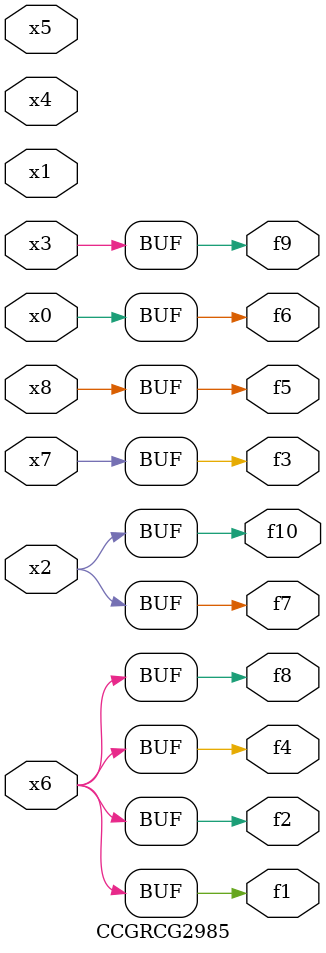
<source format=v>
module CCGRCG2985(
	input x0, x1, x2, x3, x4, x5, x6, x7, x8,
	output f1, f2, f3, f4, f5, f6, f7, f8, f9, f10
);
	assign f1 = x6;
	assign f2 = x6;
	assign f3 = x7;
	assign f4 = x6;
	assign f5 = x8;
	assign f6 = x0;
	assign f7 = x2;
	assign f8 = x6;
	assign f9 = x3;
	assign f10 = x2;
endmodule

</source>
